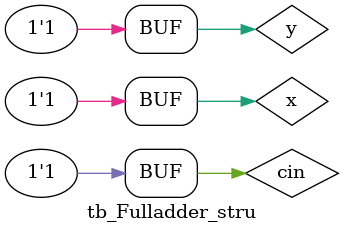
<source format=v>
`timescale 1ns/10ps

module tb_Fulladder_stru;
	reg	x, y, cin;
	wire	Sum, Carry;
	
	Fulladder_stru tb(x, y, cin, Sum, Carry);

	initial
	begin
		$dumpfile("test_Fulladder_strc_out.vcd");
		$dumpvars(-1,tb);
		$monitor("%b", Sum);
		$monitor("%b", Carry);
	end

	initial
		begin
			x = 0; y = 0; cin = 0; #100;
			x = 0; y = 1; cin = 0; #100;
			x = 1; y = 0; cin = 0; #100;
			x = 1; y = 1; cin = 0; #100;
			x = 0; y = 0; cin = 1; #100;
			x = 0; y = 1; cin = 1; #100;
			x = 1; y = 0; cin = 1; #100;
			x = 1; y = 1; cin = 1; #100;
		end

endmodule
</source>
